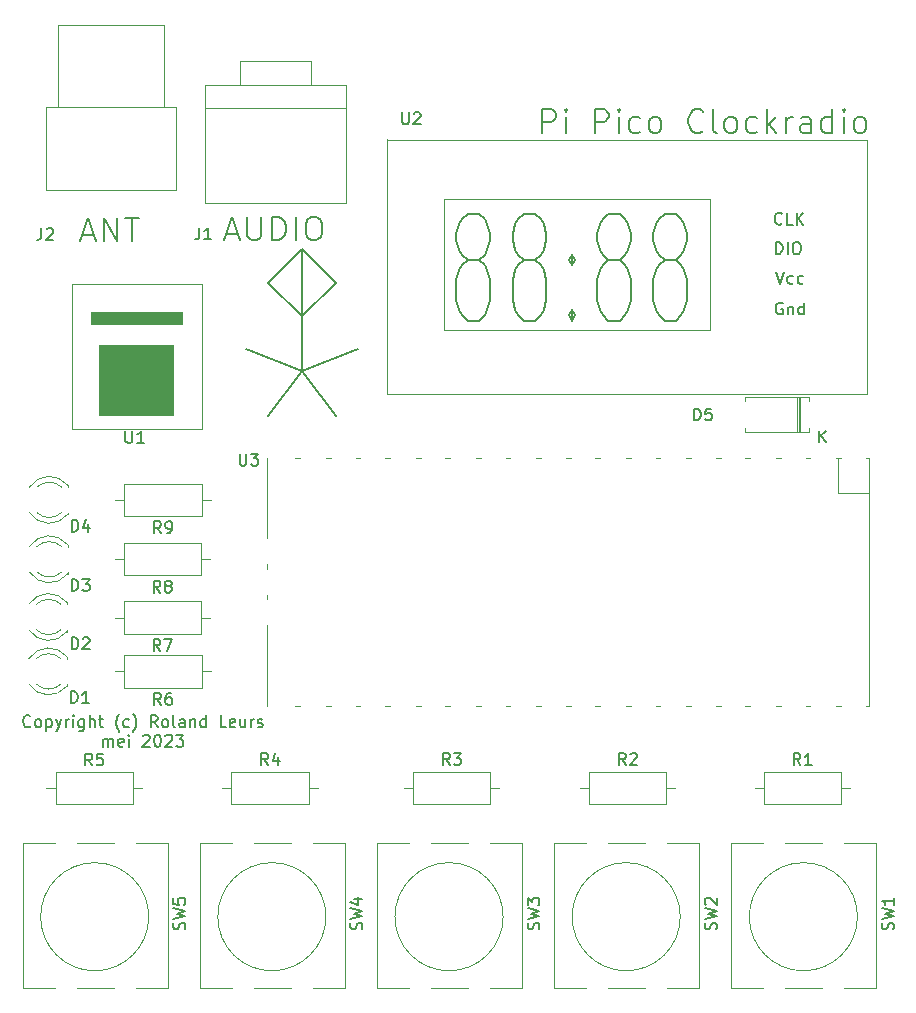
<source format=gbr>
G04 #@! TF.GenerationSoftware,KiCad,Pcbnew,(5.1.2-1)-1*
G04 #@! TF.CreationDate,2023-04-29T13:33:38+02:00*
G04 #@! TF.ProjectId,PicoClockRadio,5069636f-436c-46f6-936b-526164696f2e,rev?*
G04 #@! TF.SameCoordinates,Original*
G04 #@! TF.FileFunction,Legend,Top*
G04 #@! TF.FilePolarity,Positive*
%FSLAX46Y46*%
G04 Gerber Fmt 4.6, Leading zero omitted, Abs format (unit mm)*
G04 Created by KiCad (PCBNEW (5.1.2-1)-1) date 2023-04-29 13:33:38*
%MOMM*%
%LPD*%
G04 APERTURE LIST*
%ADD10C,0.150000*%
%ADD11C,0.120000*%
%ADD12C,0.100000*%
G04 APERTURE END LIST*
D10*
X118578500Y-82517573D02*
X119530881Y-82517573D01*
X118388024Y-83089001D02*
X119054691Y-81089001D01*
X119721358Y-83089001D01*
X120388024Y-81089001D02*
X120388024Y-82708049D01*
X120483262Y-82898525D01*
X120578500Y-82993763D01*
X120768977Y-83089001D01*
X121149929Y-83089001D01*
X121340405Y-82993763D01*
X121435643Y-82898525D01*
X121530881Y-82708049D01*
X121530881Y-81089001D01*
X122483262Y-83089001D02*
X122483262Y-81089001D01*
X122959453Y-81089001D01*
X123245167Y-81184240D01*
X123435643Y-81374716D01*
X123530881Y-81565192D01*
X123626120Y-81946144D01*
X123626120Y-82231859D01*
X123530881Y-82612811D01*
X123435643Y-82803287D01*
X123245167Y-82993763D01*
X122959453Y-83089001D01*
X122483262Y-83089001D01*
X124483262Y-83089001D02*
X124483262Y-81089001D01*
X125816596Y-81089001D02*
X126197548Y-81089001D01*
X126388024Y-81184240D01*
X126578500Y-81374716D01*
X126673739Y-81755668D01*
X126673739Y-82422335D01*
X126578500Y-82803287D01*
X126388024Y-82993763D01*
X126197548Y-83089001D01*
X125816596Y-83089001D01*
X125626120Y-82993763D01*
X125435643Y-82803287D01*
X125340405Y-82422335D01*
X125340405Y-81755668D01*
X125435643Y-81374716D01*
X125626120Y-81184240D01*
X125816596Y-81089001D01*
X106436445Y-82598853D02*
X107388826Y-82598853D01*
X106245969Y-83170281D02*
X106912636Y-81170281D01*
X107579302Y-83170281D01*
X108245969Y-83170281D02*
X108245969Y-81170281D01*
X109388826Y-83170281D01*
X109388826Y-81170281D01*
X110055493Y-81170281D02*
X111198350Y-81170281D01*
X110626921Y-83170281D02*
X110626921Y-81170281D01*
X125008640Y-83810971D02*
X127865782Y-86668114D01*
X125008640Y-89525257D01*
X122151497Y-86668114D01*
X125008640Y-83810971D01*
X125008640Y-89525257D01*
X125008640Y-89387779D02*
X125008640Y-94149683D01*
X120246735Y-92244921D02*
X125008640Y-94149683D01*
X129770544Y-92244921D01*
X122151497Y-97959207D02*
X125008640Y-94149683D01*
X127865782Y-97959207D01*
X102022830Y-124205502D02*
X101975211Y-124253121D01*
X101832354Y-124300740D01*
X101737116Y-124300740D01*
X101594259Y-124253121D01*
X101499020Y-124157883D01*
X101451401Y-124062645D01*
X101403782Y-123872169D01*
X101403782Y-123729312D01*
X101451401Y-123538836D01*
X101499020Y-123443598D01*
X101594259Y-123348360D01*
X101737116Y-123300740D01*
X101832354Y-123300740D01*
X101975211Y-123348360D01*
X102022830Y-123395979D01*
X102594259Y-124300740D02*
X102499020Y-124253121D01*
X102451401Y-124205502D01*
X102403782Y-124110264D01*
X102403782Y-123824550D01*
X102451401Y-123729312D01*
X102499020Y-123681693D01*
X102594259Y-123634074D01*
X102737116Y-123634074D01*
X102832354Y-123681693D01*
X102879973Y-123729312D01*
X102927592Y-123824550D01*
X102927592Y-124110264D01*
X102879973Y-124205502D01*
X102832354Y-124253121D01*
X102737116Y-124300740D01*
X102594259Y-124300740D01*
X103356163Y-123634074D02*
X103356163Y-124634074D01*
X103356163Y-123681693D02*
X103451401Y-123634074D01*
X103641878Y-123634074D01*
X103737116Y-123681693D01*
X103784735Y-123729312D01*
X103832354Y-123824550D01*
X103832354Y-124110264D01*
X103784735Y-124205502D01*
X103737116Y-124253121D01*
X103641878Y-124300740D01*
X103451401Y-124300740D01*
X103356163Y-124253121D01*
X104165687Y-123634074D02*
X104403782Y-124300740D01*
X104641878Y-123634074D02*
X104403782Y-124300740D01*
X104308544Y-124538836D01*
X104260925Y-124586455D01*
X104165687Y-124634074D01*
X105022830Y-124300740D02*
X105022830Y-123634074D01*
X105022830Y-123824550D02*
X105070449Y-123729312D01*
X105118068Y-123681693D01*
X105213306Y-123634074D01*
X105308544Y-123634074D01*
X105641878Y-124300740D02*
X105641878Y-123634074D01*
X105641878Y-123300740D02*
X105594259Y-123348360D01*
X105641878Y-123395979D01*
X105689497Y-123348360D01*
X105641878Y-123300740D01*
X105641878Y-123395979D01*
X106546639Y-123634074D02*
X106546639Y-124443598D01*
X106499020Y-124538836D01*
X106451401Y-124586455D01*
X106356163Y-124634074D01*
X106213306Y-124634074D01*
X106118068Y-124586455D01*
X106546639Y-124253121D02*
X106451401Y-124300740D01*
X106260925Y-124300740D01*
X106165687Y-124253121D01*
X106118068Y-124205502D01*
X106070449Y-124110264D01*
X106070449Y-123824550D01*
X106118068Y-123729312D01*
X106165687Y-123681693D01*
X106260925Y-123634074D01*
X106451401Y-123634074D01*
X106546639Y-123681693D01*
X107022830Y-124300740D02*
X107022830Y-123300740D01*
X107451401Y-124300740D02*
X107451401Y-123776931D01*
X107403782Y-123681693D01*
X107308544Y-123634074D01*
X107165687Y-123634074D01*
X107070449Y-123681693D01*
X107022830Y-123729312D01*
X107784735Y-123634074D02*
X108165687Y-123634074D01*
X107927592Y-123300740D02*
X107927592Y-124157883D01*
X107975211Y-124253121D01*
X108070449Y-124300740D01*
X108165687Y-124300740D01*
X109546639Y-124681693D02*
X109499020Y-124634074D01*
X109403782Y-124491217D01*
X109356163Y-124395979D01*
X109308544Y-124253121D01*
X109260925Y-124015026D01*
X109260925Y-123824550D01*
X109308544Y-123586455D01*
X109356163Y-123443598D01*
X109403782Y-123348360D01*
X109499020Y-123205502D01*
X109546639Y-123157883D01*
X110356163Y-124253121D02*
X110260925Y-124300740D01*
X110070449Y-124300740D01*
X109975211Y-124253121D01*
X109927592Y-124205502D01*
X109879973Y-124110264D01*
X109879973Y-123824550D01*
X109927592Y-123729312D01*
X109975211Y-123681693D01*
X110070449Y-123634074D01*
X110260925Y-123634074D01*
X110356163Y-123681693D01*
X110689497Y-124681693D02*
X110737116Y-124634074D01*
X110832354Y-124491217D01*
X110879973Y-124395979D01*
X110927592Y-124253121D01*
X110975211Y-124015026D01*
X110975211Y-123824550D01*
X110927592Y-123586455D01*
X110879973Y-123443598D01*
X110832354Y-123348360D01*
X110737116Y-123205502D01*
X110689497Y-123157883D01*
X112784735Y-124300740D02*
X112451401Y-123824550D01*
X112213306Y-124300740D02*
X112213306Y-123300740D01*
X112594259Y-123300740D01*
X112689497Y-123348360D01*
X112737116Y-123395979D01*
X112784735Y-123491217D01*
X112784735Y-123634074D01*
X112737116Y-123729312D01*
X112689497Y-123776931D01*
X112594259Y-123824550D01*
X112213306Y-123824550D01*
X113356163Y-124300740D02*
X113260925Y-124253121D01*
X113213306Y-124205502D01*
X113165687Y-124110264D01*
X113165687Y-123824550D01*
X113213306Y-123729312D01*
X113260925Y-123681693D01*
X113356163Y-123634074D01*
X113499020Y-123634074D01*
X113594259Y-123681693D01*
X113641878Y-123729312D01*
X113689497Y-123824550D01*
X113689497Y-124110264D01*
X113641878Y-124205502D01*
X113594259Y-124253121D01*
X113499020Y-124300740D01*
X113356163Y-124300740D01*
X114260925Y-124300740D02*
X114165687Y-124253121D01*
X114118068Y-124157883D01*
X114118068Y-123300740D01*
X115070449Y-124300740D02*
X115070449Y-123776931D01*
X115022830Y-123681693D01*
X114927592Y-123634074D01*
X114737116Y-123634074D01*
X114641878Y-123681693D01*
X115070449Y-124253121D02*
X114975211Y-124300740D01*
X114737116Y-124300740D01*
X114641878Y-124253121D01*
X114594259Y-124157883D01*
X114594259Y-124062645D01*
X114641878Y-123967407D01*
X114737116Y-123919788D01*
X114975211Y-123919788D01*
X115070449Y-123872169D01*
X115546639Y-123634074D02*
X115546639Y-124300740D01*
X115546639Y-123729312D02*
X115594259Y-123681693D01*
X115689497Y-123634074D01*
X115832354Y-123634074D01*
X115927592Y-123681693D01*
X115975211Y-123776931D01*
X115975211Y-124300740D01*
X116879973Y-124300740D02*
X116879973Y-123300740D01*
X116879973Y-124253121D02*
X116784735Y-124300740D01*
X116594259Y-124300740D01*
X116499020Y-124253121D01*
X116451401Y-124205502D01*
X116403782Y-124110264D01*
X116403782Y-123824550D01*
X116451401Y-123729312D01*
X116499020Y-123681693D01*
X116594259Y-123634074D01*
X116784735Y-123634074D01*
X116879973Y-123681693D01*
X118594259Y-124300740D02*
X118118068Y-124300740D01*
X118118068Y-123300740D01*
X119308544Y-124253121D02*
X119213306Y-124300740D01*
X119022830Y-124300740D01*
X118927592Y-124253121D01*
X118879973Y-124157883D01*
X118879973Y-123776931D01*
X118927592Y-123681693D01*
X119022830Y-123634074D01*
X119213306Y-123634074D01*
X119308544Y-123681693D01*
X119356163Y-123776931D01*
X119356163Y-123872169D01*
X118879973Y-123967407D01*
X120213306Y-123634074D02*
X120213306Y-124300740D01*
X119784735Y-123634074D02*
X119784735Y-124157883D01*
X119832354Y-124253121D01*
X119927592Y-124300740D01*
X120070449Y-124300740D01*
X120165687Y-124253121D01*
X120213306Y-124205502D01*
X120689497Y-124300740D02*
X120689497Y-123634074D01*
X120689497Y-123824550D02*
X120737116Y-123729312D01*
X120784735Y-123681693D01*
X120879973Y-123634074D01*
X120975211Y-123634074D01*
X121260925Y-124253121D02*
X121356163Y-124300740D01*
X121546639Y-124300740D01*
X121641878Y-124253121D01*
X121689497Y-124157883D01*
X121689497Y-124110264D01*
X121641878Y-124015026D01*
X121546639Y-123967407D01*
X121403782Y-123967407D01*
X121308544Y-123919788D01*
X121260925Y-123824550D01*
X121260925Y-123776931D01*
X121308544Y-123681693D01*
X121403782Y-123634074D01*
X121546639Y-123634074D01*
X121641878Y-123681693D01*
X108165687Y-125950740D02*
X108165687Y-125284074D01*
X108165687Y-125379312D02*
X108213306Y-125331693D01*
X108308544Y-125284074D01*
X108451401Y-125284074D01*
X108546640Y-125331693D01*
X108594259Y-125426931D01*
X108594259Y-125950740D01*
X108594259Y-125426931D02*
X108641878Y-125331693D01*
X108737116Y-125284074D01*
X108879973Y-125284074D01*
X108975211Y-125331693D01*
X109022830Y-125426931D01*
X109022830Y-125950740D01*
X109879973Y-125903121D02*
X109784735Y-125950740D01*
X109594259Y-125950740D01*
X109499020Y-125903121D01*
X109451401Y-125807883D01*
X109451401Y-125426931D01*
X109499020Y-125331693D01*
X109594259Y-125284074D01*
X109784735Y-125284074D01*
X109879973Y-125331693D01*
X109927592Y-125426931D01*
X109927592Y-125522169D01*
X109451401Y-125617407D01*
X110356163Y-125950740D02*
X110356163Y-125284074D01*
X110356163Y-124950740D02*
X110308544Y-124998360D01*
X110356163Y-125045979D01*
X110403782Y-124998360D01*
X110356163Y-124950740D01*
X110356163Y-125045979D01*
X111546640Y-125045979D02*
X111594259Y-124998360D01*
X111689497Y-124950740D01*
X111927592Y-124950740D01*
X112022830Y-124998360D01*
X112070449Y-125045979D01*
X112118068Y-125141217D01*
X112118068Y-125236455D01*
X112070449Y-125379312D01*
X111499020Y-125950740D01*
X112118068Y-125950740D01*
X112737116Y-124950740D02*
X112832354Y-124950740D01*
X112927592Y-124998360D01*
X112975211Y-125045979D01*
X113022830Y-125141217D01*
X113070449Y-125331693D01*
X113070449Y-125569788D01*
X113022830Y-125760264D01*
X112975211Y-125855502D01*
X112927592Y-125903121D01*
X112832354Y-125950740D01*
X112737116Y-125950740D01*
X112641878Y-125903121D01*
X112594259Y-125855502D01*
X112546640Y-125760264D01*
X112499020Y-125569788D01*
X112499020Y-125331693D01*
X112546640Y-125141217D01*
X112594259Y-125045979D01*
X112641878Y-124998360D01*
X112737116Y-124950740D01*
X113451401Y-125045979D02*
X113499020Y-124998360D01*
X113594259Y-124950740D01*
X113832354Y-124950740D01*
X113927592Y-124998360D01*
X113975211Y-125045979D01*
X114022830Y-125141217D01*
X114022830Y-125236455D01*
X113975211Y-125379312D01*
X113403782Y-125950740D01*
X114022830Y-125950740D01*
X114356163Y-124950740D02*
X114975211Y-124950740D01*
X114641878Y-125331693D01*
X114784735Y-125331693D01*
X114879973Y-125379312D01*
X114927592Y-125426931D01*
X114975211Y-125522169D01*
X114975211Y-125760264D01*
X114927592Y-125855502D01*
X114879973Y-125903121D01*
X114784735Y-125950740D01*
X114499020Y-125950740D01*
X114403782Y-125903121D01*
X114356163Y-125855502D01*
X145347493Y-73985641D02*
X145347493Y-71985641D01*
X146109398Y-71985641D01*
X146299874Y-72080880D01*
X146395112Y-72176118D01*
X146490350Y-72366594D01*
X146490350Y-72652308D01*
X146395112Y-72842784D01*
X146299874Y-72938022D01*
X146109398Y-73033260D01*
X145347493Y-73033260D01*
X147347493Y-73985641D02*
X147347493Y-72652308D01*
X147347493Y-71985641D02*
X147252255Y-72080880D01*
X147347493Y-72176118D01*
X147442731Y-72080880D01*
X147347493Y-71985641D01*
X147347493Y-72176118D01*
X149823683Y-73985641D02*
X149823683Y-71985641D01*
X150585588Y-71985641D01*
X150776064Y-72080880D01*
X150871302Y-72176118D01*
X150966540Y-72366594D01*
X150966540Y-72652308D01*
X150871302Y-72842784D01*
X150776064Y-72938022D01*
X150585588Y-73033260D01*
X149823683Y-73033260D01*
X151823683Y-73985641D02*
X151823683Y-72652308D01*
X151823683Y-71985641D02*
X151728445Y-72080880D01*
X151823683Y-72176118D01*
X151918921Y-72080880D01*
X151823683Y-71985641D01*
X151823683Y-72176118D01*
X153633207Y-73890403D02*
X153442731Y-73985641D01*
X153061779Y-73985641D01*
X152871302Y-73890403D01*
X152776064Y-73795165D01*
X152680826Y-73604689D01*
X152680826Y-73033260D01*
X152776064Y-72842784D01*
X152871302Y-72747546D01*
X153061779Y-72652308D01*
X153442731Y-72652308D01*
X153633207Y-72747546D01*
X154776064Y-73985641D02*
X154585588Y-73890403D01*
X154490350Y-73795165D01*
X154395112Y-73604689D01*
X154395112Y-73033260D01*
X154490350Y-72842784D01*
X154585588Y-72747546D01*
X154776064Y-72652308D01*
X155061779Y-72652308D01*
X155252255Y-72747546D01*
X155347493Y-72842784D01*
X155442731Y-73033260D01*
X155442731Y-73604689D01*
X155347493Y-73795165D01*
X155252255Y-73890403D01*
X155061779Y-73985641D01*
X154776064Y-73985641D01*
X158966540Y-73795165D02*
X158871302Y-73890403D01*
X158585588Y-73985641D01*
X158395112Y-73985641D01*
X158109398Y-73890403D01*
X157918921Y-73699927D01*
X157823683Y-73509451D01*
X157728445Y-73128499D01*
X157728445Y-72842784D01*
X157823683Y-72461832D01*
X157918921Y-72271356D01*
X158109398Y-72080880D01*
X158395112Y-71985641D01*
X158585588Y-71985641D01*
X158871302Y-72080880D01*
X158966540Y-72176118D01*
X160109398Y-73985641D02*
X159918921Y-73890403D01*
X159823683Y-73699927D01*
X159823683Y-71985641D01*
X161157017Y-73985641D02*
X160966540Y-73890403D01*
X160871302Y-73795165D01*
X160776064Y-73604689D01*
X160776064Y-73033260D01*
X160871302Y-72842784D01*
X160966540Y-72747546D01*
X161157017Y-72652308D01*
X161442731Y-72652308D01*
X161633207Y-72747546D01*
X161728445Y-72842784D01*
X161823683Y-73033260D01*
X161823683Y-73604689D01*
X161728445Y-73795165D01*
X161633207Y-73890403D01*
X161442731Y-73985641D01*
X161157017Y-73985641D01*
X163537969Y-73890403D02*
X163347493Y-73985641D01*
X162966540Y-73985641D01*
X162776064Y-73890403D01*
X162680826Y-73795165D01*
X162585588Y-73604689D01*
X162585588Y-73033260D01*
X162680826Y-72842784D01*
X162776064Y-72747546D01*
X162966540Y-72652308D01*
X163347493Y-72652308D01*
X163537969Y-72747546D01*
X164395112Y-73985641D02*
X164395112Y-71985641D01*
X164585588Y-73223737D02*
X165157017Y-73985641D01*
X165157017Y-72652308D02*
X164395112Y-73414213D01*
X166014160Y-73985641D02*
X166014160Y-72652308D01*
X166014160Y-73033260D02*
X166109398Y-72842784D01*
X166204636Y-72747546D01*
X166395112Y-72652308D01*
X166585588Y-72652308D01*
X168109398Y-73985641D02*
X168109398Y-72938022D01*
X168014160Y-72747546D01*
X167823683Y-72652308D01*
X167442731Y-72652308D01*
X167252255Y-72747546D01*
X168109398Y-73890403D02*
X167918921Y-73985641D01*
X167442731Y-73985641D01*
X167252255Y-73890403D01*
X167157017Y-73699927D01*
X167157017Y-73509451D01*
X167252255Y-73318975D01*
X167442731Y-73223737D01*
X167918921Y-73223737D01*
X168109398Y-73128499D01*
X169918921Y-73985641D02*
X169918921Y-71985641D01*
X169918921Y-73890403D02*
X169728445Y-73985641D01*
X169347493Y-73985641D01*
X169157017Y-73890403D01*
X169061779Y-73795165D01*
X168966540Y-73604689D01*
X168966540Y-73033260D01*
X169061779Y-72842784D01*
X169157017Y-72747546D01*
X169347493Y-72652308D01*
X169728445Y-72652308D01*
X169918921Y-72747546D01*
X170871302Y-73985641D02*
X170871302Y-72652308D01*
X170871302Y-71985641D02*
X170776064Y-72080880D01*
X170871302Y-72176118D01*
X170966540Y-72080880D01*
X170871302Y-71985641D01*
X170871302Y-72176118D01*
X172109398Y-73985641D02*
X171918921Y-73890403D01*
X171823683Y-73795165D01*
X171728445Y-73604689D01*
X171728445Y-73033260D01*
X171823683Y-72842784D01*
X171918921Y-72747546D01*
X172109398Y-72652308D01*
X172395112Y-72652308D01*
X172585588Y-72747546D01*
X172680826Y-72842784D01*
X172776064Y-73033260D01*
X172776064Y-73604689D01*
X172680826Y-73795165D01*
X172585588Y-73890403D01*
X172395112Y-73985641D01*
X172109398Y-73985641D01*
D11*
X109193200Y-105054400D02*
X109963200Y-105054400D01*
X117273200Y-105054400D02*
X116503200Y-105054400D01*
X109963200Y-106424400D02*
X116503200Y-106424400D01*
X109963200Y-103684400D02*
X109963200Y-106424400D01*
X116503200Y-103684400D02*
X109963200Y-103684400D01*
X116503200Y-106424400D02*
X116503200Y-103684400D01*
X109142400Y-110088680D02*
X109912400Y-110088680D01*
X117222400Y-110088680D02*
X116452400Y-110088680D01*
X109912400Y-111458680D02*
X116452400Y-111458680D01*
X109912400Y-108718680D02*
X109912400Y-111458680D01*
X116452400Y-108718680D02*
X109912400Y-108718680D01*
X116452400Y-111458680D02*
X116452400Y-108718680D01*
X109142400Y-115031520D02*
X109912400Y-115031520D01*
X117222400Y-115031520D02*
X116452400Y-115031520D01*
X109912400Y-116401520D02*
X116452400Y-116401520D01*
X109912400Y-113661520D02*
X109912400Y-116401520D01*
X116452400Y-113661520D02*
X109912400Y-113661520D01*
X116452400Y-116401520D02*
X116452400Y-113661520D01*
X109193200Y-119578120D02*
X109963200Y-119578120D01*
X117273200Y-119578120D02*
X116503200Y-119578120D01*
X109963200Y-120948120D02*
X116503200Y-120948120D01*
X109963200Y-118208120D02*
X109963200Y-120948120D01*
X116503200Y-118208120D02*
X109963200Y-118208120D01*
X116503200Y-120948120D02*
X116503200Y-118208120D01*
X167192400Y-99310800D02*
X167192400Y-96370800D01*
X166952400Y-99310800D02*
X166952400Y-96370800D01*
X167072400Y-99310800D02*
X167072400Y-96370800D01*
X162532400Y-96370800D02*
X162532400Y-96700800D01*
X167972400Y-96370800D02*
X162532400Y-96370800D01*
X167972400Y-96700800D02*
X167972400Y-96370800D01*
X162532400Y-99310800D02*
X162532400Y-98980800D01*
X167972400Y-99310800D02*
X162532400Y-99310800D01*
X167972400Y-98980800D02*
X167972400Y-99310800D01*
X105171680Y-103974400D02*
X105171680Y-103818400D01*
X105171680Y-106290400D02*
X105171680Y-106134400D01*
X102570550Y-103974563D02*
G75*
G02X104652641Y-103974400I1041130J-1079837D01*
G01*
X102570550Y-106134237D02*
G75*
G03X104652641Y-106134400I1041130J1079837D01*
G01*
X101939345Y-103975792D02*
G75*
G02X105171680Y-103818884I1672335J-1078608D01*
G01*
X101939345Y-106133008D02*
G75*
G03X105171680Y-106289916I1672335J1078608D01*
G01*
X105171680Y-109008680D02*
X105171680Y-108852680D01*
X105171680Y-111324680D02*
X105171680Y-111168680D01*
X102570550Y-109008843D02*
G75*
G02X104652641Y-109008680I1041130J-1079837D01*
G01*
X102570550Y-111168517D02*
G75*
G03X104652641Y-111168680I1041130J1079837D01*
G01*
X101939345Y-109010072D02*
G75*
G02X105171680Y-108853164I1672335J-1078608D01*
G01*
X101939345Y-111167288D02*
G75*
G03X105171680Y-111324196I1672335J1078608D01*
G01*
X105115800Y-113895640D02*
X105115800Y-113739640D01*
X105115800Y-116211640D02*
X105115800Y-116055640D01*
X102514670Y-113895803D02*
G75*
G02X104596761Y-113895640I1041130J-1079837D01*
G01*
X102514670Y-116055477D02*
G75*
G03X104596761Y-116055640I1041130J1079837D01*
G01*
X101883465Y-113897032D02*
G75*
G02X105115800Y-113740124I1672335J-1078608D01*
G01*
X101883465Y-116054248D02*
G75*
G03X105115800Y-116211156I1672335J1078608D01*
G01*
X105115800Y-118498120D02*
X105115800Y-118342120D01*
X105115800Y-120814120D02*
X105115800Y-120658120D01*
X102514670Y-118498283D02*
G75*
G02X104596761Y-118498120I1041130J-1079837D01*
G01*
X102514670Y-120657957D02*
G75*
G03X104596761Y-120658120I1041130J1079837D01*
G01*
X101883465Y-118499512D02*
G75*
G02X105115800Y-118342604I1672335J-1078608D01*
G01*
X101883465Y-120656728D02*
G75*
G03X105115800Y-120813636I1672335J1078608D01*
G01*
X113328840Y-64831320D02*
X113328840Y-71831320D01*
X104328840Y-64831320D02*
X113328840Y-64831320D01*
X104328840Y-71831320D02*
X104328840Y-64831320D01*
X114328840Y-71831320D02*
X109828840Y-71831320D01*
X114328840Y-78831320D02*
X114328840Y-71831320D01*
X103328840Y-78831320D02*
X114328840Y-78831320D01*
X103328840Y-71831320D02*
X103328840Y-78831320D01*
X109828840Y-71831320D02*
X103328840Y-71831320D01*
X119763280Y-67919840D02*
X119763280Y-69919840D01*
X125763280Y-67919840D02*
X119763280Y-67919840D01*
X125763280Y-69919840D02*
X125763280Y-67919840D01*
X116763280Y-71919840D02*
X128763280Y-71919840D01*
X128763280Y-69919840D02*
X116763280Y-69919840D01*
X128763280Y-79919840D02*
X128763280Y-69919840D01*
X116763280Y-79919840D02*
X128763280Y-79919840D01*
X116763280Y-69919840D02*
X116763280Y-79919840D01*
X173058760Y-101483520D02*
X173058760Y-122483520D01*
X122058760Y-108283520D02*
X122058760Y-101483520D01*
X170391760Y-101483520D02*
X170391760Y-104490520D01*
X170391760Y-104490520D02*
X173058760Y-104490520D01*
X173058760Y-101483520D02*
X172758760Y-101483520D01*
X170658760Y-101483520D02*
X170258760Y-101483520D01*
X168058760Y-101483520D02*
X167658760Y-101483520D01*
X165558760Y-101483520D02*
X165158760Y-101483520D01*
X162958760Y-101483520D02*
X162558760Y-101483520D01*
X160458760Y-101483520D02*
X160058760Y-101483520D01*
X157958760Y-101483520D02*
X157558760Y-101483520D01*
X155358760Y-101483520D02*
X154958760Y-101483520D01*
X152858760Y-101483520D02*
X152458760Y-101483520D01*
X150258760Y-101483520D02*
X149858760Y-101483520D01*
X147758760Y-101483520D02*
X147358760Y-101483520D01*
X145258760Y-101483520D02*
X144858760Y-101483520D01*
X142658760Y-101483520D02*
X142258760Y-101483520D01*
X140158760Y-101483520D02*
X139758760Y-101483520D01*
X137558760Y-101483520D02*
X137158760Y-101483520D01*
X135058760Y-101483520D02*
X134658760Y-101483520D01*
X132458760Y-101483520D02*
X132058760Y-101483520D01*
X129958760Y-101483520D02*
X129558760Y-101483520D01*
X127458760Y-101483520D02*
X127058760Y-101483520D01*
X124858760Y-101483520D02*
X124458760Y-101483520D01*
X157958760Y-122483520D02*
X157558760Y-122483520D01*
X152858760Y-122483520D02*
X152458760Y-122483520D01*
X145258760Y-122483520D02*
X144858760Y-122483520D01*
X137558760Y-122483520D02*
X137158760Y-122483520D01*
X168058760Y-122483520D02*
X167658760Y-122483520D01*
X170658760Y-122483520D02*
X170258760Y-122483520D01*
X162958760Y-122483520D02*
X162558760Y-122483520D01*
X129958760Y-122483520D02*
X129558760Y-122483520D01*
X124858760Y-122483520D02*
X124458760Y-122483520D01*
X127458760Y-122483520D02*
X127058760Y-122483520D01*
X142658760Y-122483520D02*
X142258760Y-122483520D01*
X147758760Y-122483520D02*
X147358760Y-122483520D01*
X160458760Y-122483520D02*
X160058760Y-122483520D01*
X155358760Y-122483520D02*
X154958760Y-122483520D01*
X135058760Y-122483520D02*
X134658760Y-122483520D01*
X150258760Y-122483520D02*
X149858760Y-122483520D01*
X173058760Y-122483520D02*
X172758760Y-122483520D01*
X165558760Y-122483520D02*
X165158760Y-122483520D01*
X140158760Y-122483520D02*
X139758760Y-122483520D01*
X132458760Y-122483520D02*
X132058760Y-122483520D01*
X122058760Y-122483520D02*
X122058760Y-115683520D01*
X122058760Y-110483520D02*
X122058760Y-110883520D01*
X122058760Y-113083520D02*
X122058760Y-113483520D01*
X137046760Y-90700160D02*
X137046760Y-79600160D01*
X159546760Y-90700160D02*
X137046760Y-90700160D01*
X159546760Y-79600160D02*
X159546760Y-90700160D01*
X137046760Y-79600160D02*
X159546760Y-79600160D01*
X132246760Y-74600160D02*
X172846760Y-74600160D01*
X132246760Y-74500160D02*
X132246760Y-74600160D01*
X132246760Y-74600160D02*
X132246760Y-96100160D01*
X172846760Y-74600160D02*
X172846760Y-96100160D01*
X132246760Y-96100160D02*
X172846760Y-96100160D01*
X105527560Y-86769840D02*
X105527560Y-99049840D01*
X116527560Y-86769840D02*
X105527560Y-86769840D01*
X116519960Y-86857840D02*
X116519960Y-99049840D01*
D12*
G36*
X114127560Y-97869840D02*
G01*
X107827560Y-97869840D01*
X107827560Y-91956640D01*
X114127560Y-91956640D01*
X114127560Y-97819040D01*
X114127560Y-97869840D01*
G37*
X114127560Y-97869840D02*
X107827560Y-97869840D01*
X107827560Y-91956640D01*
X114127560Y-91956640D01*
X114127560Y-97819040D01*
X114127560Y-97869840D01*
D11*
X116519960Y-99049840D02*
X105527560Y-99049840D01*
D12*
G36*
X114827560Y-90203240D02*
G01*
X107127560Y-90203240D01*
X107127560Y-89136440D01*
X114827560Y-89136440D01*
X114827560Y-90203240D01*
G37*
X114827560Y-90203240D02*
X107127560Y-90203240D01*
X107127560Y-89136440D01*
X114827560Y-89136440D01*
X114827560Y-90203240D01*
D11*
X113650000Y-146400000D02*
X110930000Y-146400000D01*
X104070000Y-146400000D02*
X101350000Y-146400000D01*
X105930000Y-134100000D02*
X109070000Y-134100000D01*
X101350000Y-134100000D02*
X104070000Y-134100000D01*
X112039050Y-140350000D02*
G75*
G03X112039050Y-140350000I-4579050J0D01*
G01*
X110930000Y-134100000D02*
X113650000Y-134100000D01*
X101350000Y-146400000D02*
X101350000Y-134100000D01*
X109070000Y-146400000D02*
X105930000Y-146400000D01*
X113650000Y-134100000D02*
X113650000Y-146400000D01*
X128650000Y-146400000D02*
X125930000Y-146400000D01*
X119070000Y-146400000D02*
X116350000Y-146400000D01*
X120930000Y-134100000D02*
X124070000Y-134100000D01*
X116350000Y-134100000D02*
X119070000Y-134100000D01*
X127039050Y-140350000D02*
G75*
G03X127039050Y-140350000I-4579050J0D01*
G01*
X125930000Y-134100000D02*
X128650000Y-134100000D01*
X116350000Y-146400000D02*
X116350000Y-134100000D01*
X124070000Y-146400000D02*
X120930000Y-146400000D01*
X128650000Y-134100000D02*
X128650000Y-146400000D01*
X143650000Y-146400000D02*
X140930000Y-146400000D01*
X134070000Y-146400000D02*
X131350000Y-146400000D01*
X135930000Y-134100000D02*
X139070000Y-134100000D01*
X131350000Y-134100000D02*
X134070000Y-134100000D01*
X142039050Y-140350000D02*
G75*
G03X142039050Y-140350000I-4579050J0D01*
G01*
X140930000Y-134100000D02*
X143650000Y-134100000D01*
X131350000Y-146400000D02*
X131350000Y-134100000D01*
X139070000Y-146400000D02*
X135930000Y-146400000D01*
X143650000Y-134100000D02*
X143650000Y-146400000D01*
X158650000Y-146400000D02*
X155930000Y-146400000D01*
X149070000Y-146400000D02*
X146350000Y-146400000D01*
X150930000Y-134100000D02*
X154070000Y-134100000D01*
X146350000Y-134100000D02*
X149070000Y-134100000D01*
X157039050Y-140350000D02*
G75*
G03X157039050Y-140350000I-4579050J0D01*
G01*
X155930000Y-134100000D02*
X158650000Y-134100000D01*
X146350000Y-146400000D02*
X146350000Y-134100000D01*
X154070000Y-146400000D02*
X150930000Y-146400000D01*
X158650000Y-134100000D02*
X158650000Y-146400000D01*
X173650000Y-146400000D02*
X170930000Y-146400000D01*
X164070000Y-146400000D02*
X161350000Y-146400000D01*
X165930000Y-134100000D02*
X169070000Y-134100000D01*
X161350000Y-134100000D02*
X164070000Y-134100000D01*
X172039050Y-140350000D02*
G75*
G03X172039050Y-140350000I-4579050J0D01*
G01*
X170930000Y-134100000D02*
X173650000Y-134100000D01*
X161350000Y-146400000D02*
X161350000Y-134100000D01*
X169070000Y-146400000D02*
X165930000Y-146400000D01*
X173650000Y-134100000D02*
X173650000Y-146400000D01*
X111456600Y-129453640D02*
X110686600Y-129453640D01*
X103376600Y-129453640D02*
X104146600Y-129453640D01*
X110686600Y-128083640D02*
X104146600Y-128083640D01*
X110686600Y-130823640D02*
X110686600Y-128083640D01*
X104146600Y-130823640D02*
X110686600Y-130823640D01*
X104146600Y-128083640D02*
X104146600Y-130823640D01*
X126351160Y-129428240D02*
X125581160Y-129428240D01*
X118271160Y-129428240D02*
X119041160Y-129428240D01*
X125581160Y-128058240D02*
X119041160Y-128058240D01*
X125581160Y-130798240D02*
X125581160Y-128058240D01*
X119041160Y-130798240D02*
X125581160Y-130798240D01*
X119041160Y-128058240D02*
X119041160Y-130798240D01*
X141728320Y-129428240D02*
X140958320Y-129428240D01*
X133648320Y-129428240D02*
X134418320Y-129428240D01*
X140958320Y-128058240D02*
X134418320Y-128058240D01*
X140958320Y-130798240D02*
X140958320Y-128058240D01*
X134418320Y-130798240D02*
X140958320Y-130798240D01*
X134418320Y-128058240D02*
X134418320Y-130798240D01*
X156627960Y-129428240D02*
X155857960Y-129428240D01*
X148547960Y-129428240D02*
X149317960Y-129428240D01*
X155857960Y-128058240D02*
X149317960Y-128058240D01*
X155857960Y-130798240D02*
X155857960Y-128058240D01*
X149317960Y-130798240D02*
X155857960Y-130798240D01*
X149317960Y-128058240D02*
X149317960Y-130798240D01*
X171420920Y-129428240D02*
X170650920Y-129428240D01*
X163340920Y-129428240D02*
X164110920Y-129428240D01*
X170650920Y-128058240D02*
X164110920Y-128058240D01*
X170650920Y-130798240D02*
X170650920Y-128058240D01*
X164110920Y-130798240D02*
X170650920Y-130798240D01*
X164110920Y-128058240D02*
X164110920Y-130798240D01*
D10*
X113066533Y-107876780D02*
X112733200Y-107400590D01*
X112495104Y-107876780D02*
X112495104Y-106876780D01*
X112876057Y-106876780D01*
X112971295Y-106924400D01*
X113018914Y-106972019D01*
X113066533Y-107067257D01*
X113066533Y-107210114D01*
X113018914Y-107305352D01*
X112971295Y-107352971D01*
X112876057Y-107400590D01*
X112495104Y-107400590D01*
X113542723Y-107876780D02*
X113733200Y-107876780D01*
X113828438Y-107829161D01*
X113876057Y-107781542D01*
X113971295Y-107638685D01*
X114018914Y-107448209D01*
X114018914Y-107067257D01*
X113971295Y-106972019D01*
X113923676Y-106924400D01*
X113828438Y-106876780D01*
X113637961Y-106876780D01*
X113542723Y-106924400D01*
X113495104Y-106972019D01*
X113447485Y-107067257D01*
X113447485Y-107305352D01*
X113495104Y-107400590D01*
X113542723Y-107448209D01*
X113637961Y-107495828D01*
X113828438Y-107495828D01*
X113923676Y-107448209D01*
X113971295Y-107400590D01*
X114018914Y-107305352D01*
X113015733Y-112911060D02*
X112682400Y-112434870D01*
X112444304Y-112911060D02*
X112444304Y-111911060D01*
X112825257Y-111911060D01*
X112920495Y-111958680D01*
X112968114Y-112006299D01*
X113015733Y-112101537D01*
X113015733Y-112244394D01*
X112968114Y-112339632D01*
X112920495Y-112387251D01*
X112825257Y-112434870D01*
X112444304Y-112434870D01*
X113587161Y-112339632D02*
X113491923Y-112292013D01*
X113444304Y-112244394D01*
X113396685Y-112149156D01*
X113396685Y-112101537D01*
X113444304Y-112006299D01*
X113491923Y-111958680D01*
X113587161Y-111911060D01*
X113777638Y-111911060D01*
X113872876Y-111958680D01*
X113920495Y-112006299D01*
X113968114Y-112101537D01*
X113968114Y-112149156D01*
X113920495Y-112244394D01*
X113872876Y-112292013D01*
X113777638Y-112339632D01*
X113587161Y-112339632D01*
X113491923Y-112387251D01*
X113444304Y-112434870D01*
X113396685Y-112530108D01*
X113396685Y-112720584D01*
X113444304Y-112815822D01*
X113491923Y-112863441D01*
X113587161Y-112911060D01*
X113777638Y-112911060D01*
X113872876Y-112863441D01*
X113920495Y-112815822D01*
X113968114Y-112720584D01*
X113968114Y-112530108D01*
X113920495Y-112434870D01*
X113872876Y-112387251D01*
X113777638Y-112339632D01*
X113015733Y-117853900D02*
X112682400Y-117377710D01*
X112444304Y-117853900D02*
X112444304Y-116853900D01*
X112825257Y-116853900D01*
X112920495Y-116901520D01*
X112968114Y-116949139D01*
X113015733Y-117044377D01*
X113015733Y-117187234D01*
X112968114Y-117282472D01*
X112920495Y-117330091D01*
X112825257Y-117377710D01*
X112444304Y-117377710D01*
X113349066Y-116853900D02*
X114015733Y-116853900D01*
X113587161Y-117853900D01*
X113066533Y-122400500D02*
X112733200Y-121924310D01*
X112495104Y-122400500D02*
X112495104Y-121400500D01*
X112876057Y-121400500D01*
X112971295Y-121448120D01*
X113018914Y-121495739D01*
X113066533Y-121590977D01*
X113066533Y-121733834D01*
X113018914Y-121829072D01*
X112971295Y-121876691D01*
X112876057Y-121924310D01*
X112495104Y-121924310D01*
X113923676Y-121400500D02*
X113733200Y-121400500D01*
X113637961Y-121448120D01*
X113590342Y-121495739D01*
X113495104Y-121638596D01*
X113447485Y-121829072D01*
X113447485Y-122210024D01*
X113495104Y-122305262D01*
X113542723Y-122352881D01*
X113637961Y-122400500D01*
X113828438Y-122400500D01*
X113923676Y-122352881D01*
X113971295Y-122305262D01*
X114018914Y-122210024D01*
X114018914Y-121971929D01*
X113971295Y-121876691D01*
X113923676Y-121829072D01*
X113828438Y-121781453D01*
X113637961Y-121781453D01*
X113542723Y-121829072D01*
X113495104Y-121876691D01*
X113447485Y-121971929D01*
X158189704Y-98328740D02*
X158189704Y-97328740D01*
X158427800Y-97328740D01*
X158570657Y-97376360D01*
X158665895Y-97471598D01*
X158713514Y-97566836D01*
X158761133Y-97757312D01*
X158761133Y-97900169D01*
X158713514Y-98090645D01*
X158665895Y-98185883D01*
X158570657Y-98281121D01*
X158427800Y-98328740D01*
X158189704Y-98328740D01*
X159665895Y-97328740D02*
X159189704Y-97328740D01*
X159142085Y-97804931D01*
X159189704Y-97757312D01*
X159284942Y-97709693D01*
X159523038Y-97709693D01*
X159618276Y-97757312D01*
X159665895Y-97804931D01*
X159713514Y-97900169D01*
X159713514Y-98138264D01*
X159665895Y-98233502D01*
X159618276Y-98281121D01*
X159523038Y-98328740D01*
X159284942Y-98328740D01*
X159189704Y-98281121D01*
X159142085Y-98233502D01*
X168800495Y-100193180D02*
X168800495Y-99193180D01*
X169371923Y-100193180D02*
X168943352Y-99621752D01*
X169371923Y-99193180D02*
X168800495Y-99764609D01*
X105505024Y-107736900D02*
X105505024Y-106736900D01*
X105743120Y-106736900D01*
X105885977Y-106784520D01*
X105981215Y-106879758D01*
X106028834Y-106974996D01*
X106076453Y-107165472D01*
X106076453Y-107308329D01*
X106028834Y-107498805D01*
X105981215Y-107594043D01*
X105885977Y-107689281D01*
X105743120Y-107736900D01*
X105505024Y-107736900D01*
X106933596Y-107070234D02*
X106933596Y-107736900D01*
X106695500Y-106689281D02*
X106457405Y-107403567D01*
X107076453Y-107403567D01*
X105505024Y-112776260D02*
X105505024Y-111776260D01*
X105743120Y-111776260D01*
X105885977Y-111823880D01*
X105981215Y-111919118D01*
X106028834Y-112014356D01*
X106076453Y-112204832D01*
X106076453Y-112347689D01*
X106028834Y-112538165D01*
X105981215Y-112633403D01*
X105885977Y-112728641D01*
X105743120Y-112776260D01*
X105505024Y-112776260D01*
X106409786Y-111776260D02*
X107028834Y-111776260D01*
X106695500Y-112157213D01*
X106838358Y-112157213D01*
X106933596Y-112204832D01*
X106981215Y-112252451D01*
X107028834Y-112347689D01*
X107028834Y-112585784D01*
X106981215Y-112681022D01*
X106933596Y-112728641D01*
X106838358Y-112776260D01*
X106552643Y-112776260D01*
X106457405Y-112728641D01*
X106409786Y-112681022D01*
X105505024Y-117703860D02*
X105505024Y-116703860D01*
X105743120Y-116703860D01*
X105885977Y-116751480D01*
X105981215Y-116846718D01*
X106028834Y-116941956D01*
X106076453Y-117132432D01*
X106076453Y-117275289D01*
X106028834Y-117465765D01*
X105981215Y-117561003D01*
X105885977Y-117656241D01*
X105743120Y-117703860D01*
X105505024Y-117703860D01*
X106457405Y-116799099D02*
X106505024Y-116751480D01*
X106600262Y-116703860D01*
X106838358Y-116703860D01*
X106933596Y-116751480D01*
X106981215Y-116799099D01*
X107028834Y-116894337D01*
X107028834Y-116989575D01*
X106981215Y-117132432D01*
X106409786Y-117703860D01*
X107028834Y-117703860D01*
X105449144Y-122255540D02*
X105449144Y-121255540D01*
X105687240Y-121255540D01*
X105830097Y-121303160D01*
X105925335Y-121398398D01*
X105972954Y-121493636D01*
X106020573Y-121684112D01*
X106020573Y-121826969D01*
X105972954Y-122017445D01*
X105925335Y-122112683D01*
X105830097Y-122207921D01*
X105687240Y-122255540D01*
X105449144Y-122255540D01*
X106972954Y-122255540D02*
X106401525Y-122255540D01*
X106687240Y-122255540D02*
X106687240Y-121255540D01*
X106592001Y-121398398D01*
X106496763Y-121493636D01*
X106401525Y-121541255D01*
X102953226Y-82048100D02*
X102953226Y-82762386D01*
X102905607Y-82905243D01*
X102810369Y-83000481D01*
X102667512Y-83048100D01*
X102572274Y-83048100D01*
X103381798Y-82143339D02*
X103429417Y-82095720D01*
X103524655Y-82048100D01*
X103762750Y-82048100D01*
X103857988Y-82095720D01*
X103905607Y-82143339D01*
X103953226Y-82238577D01*
X103953226Y-82333815D01*
X103905607Y-82476672D01*
X103334179Y-83048100D01*
X103953226Y-83048100D01*
X116323786Y-81997300D02*
X116323786Y-82711586D01*
X116276167Y-82854443D01*
X116180929Y-82949681D01*
X116038072Y-82997300D01*
X115942834Y-82997300D01*
X117323786Y-82997300D02*
X116752358Y-82997300D01*
X117038072Y-82997300D02*
X117038072Y-81997300D01*
X116942834Y-82140158D01*
X116847596Y-82235396D01*
X116752358Y-82283015D01*
X119735695Y-101153980D02*
X119735695Y-101963504D01*
X119783314Y-102058742D01*
X119830933Y-102106361D01*
X119926171Y-102153980D01*
X120116647Y-102153980D01*
X120211885Y-102106361D01*
X120259504Y-102058742D01*
X120307123Y-101963504D01*
X120307123Y-101153980D01*
X120688076Y-101153980D02*
X121307123Y-101153980D01*
X120973790Y-101534933D01*
X121116647Y-101534933D01*
X121211885Y-101582552D01*
X121259504Y-101630171D01*
X121307123Y-101725409D01*
X121307123Y-101963504D01*
X121259504Y-102058742D01*
X121211885Y-102106361D01*
X121116647Y-102153980D01*
X120830933Y-102153980D01*
X120735695Y-102106361D01*
X120688076Y-102058742D01*
X133484855Y-72252540D02*
X133484855Y-73062064D01*
X133532474Y-73157302D01*
X133580093Y-73204921D01*
X133675331Y-73252540D01*
X133865807Y-73252540D01*
X133961045Y-73204921D01*
X134008664Y-73157302D01*
X134056283Y-73062064D01*
X134056283Y-72252540D01*
X134484855Y-72347779D02*
X134532474Y-72300160D01*
X134627712Y-72252540D01*
X134865807Y-72252540D01*
X134961045Y-72300160D01*
X135008664Y-72347779D01*
X135056283Y-72443017D01*
X135056283Y-72538255D01*
X135008664Y-72681112D01*
X134437236Y-73252540D01*
X135056283Y-73252540D01*
X165703902Y-88400160D02*
X165608664Y-88352540D01*
X165465807Y-88352540D01*
X165322950Y-88400160D01*
X165227712Y-88495398D01*
X165180093Y-88590636D01*
X165132474Y-88781112D01*
X165132474Y-88923969D01*
X165180093Y-89114445D01*
X165227712Y-89209683D01*
X165322950Y-89304921D01*
X165465807Y-89352540D01*
X165561045Y-89352540D01*
X165703902Y-89304921D01*
X165751521Y-89257302D01*
X165751521Y-88923969D01*
X165561045Y-88923969D01*
X166180093Y-88685874D02*
X166180093Y-89352540D01*
X166180093Y-88781112D02*
X166227712Y-88733493D01*
X166322950Y-88685874D01*
X166465807Y-88685874D01*
X166561045Y-88733493D01*
X166608664Y-88828731D01*
X166608664Y-89352540D01*
X167513426Y-89352540D02*
X167513426Y-88352540D01*
X167513426Y-89304921D02*
X167418188Y-89352540D01*
X167227712Y-89352540D01*
X167132474Y-89304921D01*
X167084855Y-89257302D01*
X167037236Y-89162064D01*
X167037236Y-88876350D01*
X167084855Y-88781112D01*
X167132474Y-88733493D01*
X167227712Y-88685874D01*
X167418188Y-88685874D01*
X167513426Y-88733493D01*
X165156283Y-85752540D02*
X165489617Y-86752540D01*
X165822950Y-85752540D01*
X166584855Y-86704921D02*
X166489617Y-86752540D01*
X166299140Y-86752540D01*
X166203902Y-86704921D01*
X166156283Y-86657302D01*
X166108664Y-86562064D01*
X166108664Y-86276350D01*
X166156283Y-86181112D01*
X166203902Y-86133493D01*
X166299140Y-86085874D01*
X166489617Y-86085874D01*
X166584855Y-86133493D01*
X167441998Y-86704921D02*
X167346760Y-86752540D01*
X167156283Y-86752540D01*
X167061045Y-86704921D01*
X167013426Y-86657302D01*
X166965807Y-86562064D01*
X166965807Y-86276350D01*
X167013426Y-86181112D01*
X167061045Y-86133493D01*
X167156283Y-86085874D01*
X167346760Y-86085874D01*
X167441998Y-86133493D01*
X165122950Y-84252540D02*
X165122950Y-83252540D01*
X165361045Y-83252540D01*
X165503902Y-83300160D01*
X165599140Y-83395398D01*
X165646760Y-83490636D01*
X165694379Y-83681112D01*
X165694379Y-83823969D01*
X165646760Y-84014445D01*
X165599140Y-84109683D01*
X165503902Y-84204921D01*
X165361045Y-84252540D01*
X165122950Y-84252540D01*
X166122950Y-84252540D02*
X166122950Y-83252540D01*
X166789617Y-83252540D02*
X166980093Y-83252540D01*
X167075331Y-83300160D01*
X167170569Y-83395398D01*
X167218188Y-83585874D01*
X167218188Y-83919207D01*
X167170569Y-84109683D01*
X167075331Y-84204921D01*
X166980093Y-84252540D01*
X166789617Y-84252540D01*
X166694379Y-84204921D01*
X166599140Y-84109683D01*
X166551521Y-83919207D01*
X166551521Y-83585874D01*
X166599140Y-83395398D01*
X166694379Y-83300160D01*
X166789617Y-83252540D01*
X165651521Y-81657302D02*
X165603902Y-81704921D01*
X165461045Y-81752540D01*
X165365807Y-81752540D01*
X165222950Y-81704921D01*
X165127712Y-81609683D01*
X165080093Y-81514445D01*
X165032474Y-81323969D01*
X165032474Y-81181112D01*
X165080093Y-80990636D01*
X165127712Y-80895398D01*
X165222950Y-80800160D01*
X165365807Y-80752540D01*
X165461045Y-80752540D01*
X165603902Y-80800160D01*
X165651521Y-80847779D01*
X166556283Y-81752540D02*
X166080093Y-81752540D01*
X166080093Y-80752540D01*
X166889617Y-81752540D02*
X166889617Y-80752540D01*
X167461045Y-81752540D02*
X167032474Y-81181112D01*
X167461045Y-80752540D02*
X166889617Y-81323969D01*
X139037236Y-84728731D02*
X138561045Y-84300160D01*
X138322950Y-83871588D01*
X138084855Y-83014445D01*
X138084855Y-82585874D01*
X138322950Y-81728731D01*
X138561045Y-81300160D01*
X139037236Y-80871588D01*
X139989617Y-80871588D01*
X140465807Y-81300160D01*
X140703902Y-81728731D01*
X140941998Y-82585874D01*
X140941998Y-83014445D01*
X140703902Y-83871588D01*
X140465807Y-84300160D01*
X139989617Y-84728731D01*
X139037236Y-84728731D01*
X138561045Y-85157302D01*
X138322950Y-85585874D01*
X138084855Y-86443017D01*
X138084855Y-88157302D01*
X138322950Y-89014445D01*
X138561045Y-89443017D01*
X139037236Y-89871588D01*
X139989617Y-89871588D01*
X140465807Y-89443017D01*
X140703902Y-89014445D01*
X140941998Y-88157302D01*
X140941998Y-86443017D01*
X140703902Y-85585874D01*
X140465807Y-85157302D01*
X139989617Y-84728731D01*
X143799140Y-84728731D02*
X143322950Y-84300160D01*
X143084855Y-83871588D01*
X142846760Y-83014445D01*
X142846760Y-82585874D01*
X143084855Y-81728731D01*
X143322950Y-81300160D01*
X143799140Y-80871588D01*
X144751521Y-80871588D01*
X145227712Y-81300160D01*
X145465807Y-81728731D01*
X145703902Y-82585874D01*
X145703902Y-83014445D01*
X145465807Y-83871588D01*
X145227712Y-84300160D01*
X144751521Y-84728731D01*
X143799140Y-84728731D01*
X143322950Y-85157302D01*
X143084855Y-85585874D01*
X142846760Y-86443017D01*
X142846760Y-88157302D01*
X143084855Y-89014445D01*
X143322950Y-89443017D01*
X143799140Y-89871588D01*
X144751521Y-89871588D01*
X145227712Y-89443017D01*
X145465807Y-89014445D01*
X145703902Y-88157302D01*
X145703902Y-86443017D01*
X145465807Y-85585874D01*
X145227712Y-85157302D01*
X144751521Y-84728731D01*
X147846760Y-89014445D02*
X148084855Y-89443017D01*
X147846760Y-89871588D01*
X147608664Y-89443017D01*
X147846760Y-89014445D01*
X147846760Y-89871588D01*
X147846760Y-84300160D02*
X148084855Y-84728731D01*
X147846760Y-85157302D01*
X147608664Y-84728731D01*
X147846760Y-84300160D01*
X147846760Y-85157302D01*
X150941998Y-84728731D02*
X150465807Y-84300160D01*
X150227712Y-83871588D01*
X149989617Y-83014445D01*
X149989617Y-82585874D01*
X150227712Y-81728731D01*
X150465807Y-81300160D01*
X150941998Y-80871588D01*
X151894379Y-80871588D01*
X152370569Y-81300160D01*
X152608664Y-81728731D01*
X152846760Y-82585874D01*
X152846760Y-83014445D01*
X152608664Y-83871588D01*
X152370569Y-84300160D01*
X151894379Y-84728731D01*
X150941998Y-84728731D01*
X150465807Y-85157302D01*
X150227712Y-85585874D01*
X149989617Y-86443017D01*
X149989617Y-88157302D01*
X150227712Y-89014445D01*
X150465807Y-89443017D01*
X150941998Y-89871588D01*
X151894379Y-89871588D01*
X152370569Y-89443017D01*
X152608664Y-89014445D01*
X152846760Y-88157302D01*
X152846760Y-86443017D01*
X152608664Y-85585874D01*
X152370569Y-85157302D01*
X151894379Y-84728731D01*
X155703902Y-84728731D02*
X155227712Y-84300160D01*
X154989617Y-83871588D01*
X154751521Y-83014445D01*
X154751521Y-82585874D01*
X154989617Y-81728731D01*
X155227712Y-81300160D01*
X155703902Y-80871588D01*
X156656283Y-80871588D01*
X157132474Y-81300160D01*
X157370569Y-81728731D01*
X157608664Y-82585874D01*
X157608664Y-83014445D01*
X157370569Y-83871588D01*
X157132474Y-84300160D01*
X156656283Y-84728731D01*
X155703902Y-84728731D01*
X155227712Y-85157302D01*
X154989617Y-85585874D01*
X154751521Y-86443017D01*
X154751521Y-88157302D01*
X154989617Y-89014445D01*
X155227712Y-89443017D01*
X155703902Y-89871588D01*
X156656283Y-89871588D01*
X157132474Y-89443017D01*
X157370569Y-89014445D01*
X157608664Y-88157302D01*
X157608664Y-86443017D01*
X157370569Y-85585874D01*
X157132474Y-85157302D01*
X156656283Y-84728731D01*
X110065655Y-99222220D02*
X110065655Y-100031744D01*
X110113274Y-100126982D01*
X110160893Y-100174601D01*
X110256131Y-100222220D01*
X110446607Y-100222220D01*
X110541845Y-100174601D01*
X110589464Y-100126982D01*
X110637083Y-100031744D01*
X110637083Y-99222220D01*
X111637083Y-100222220D02*
X111065655Y-100222220D01*
X111351369Y-100222220D02*
X111351369Y-99222220D01*
X111256131Y-99365078D01*
X111160893Y-99460316D01*
X111065655Y-99507935D01*
X115064761Y-141413333D02*
X115112380Y-141270476D01*
X115112380Y-141032380D01*
X115064761Y-140937142D01*
X115017142Y-140889523D01*
X114921904Y-140841904D01*
X114826666Y-140841904D01*
X114731428Y-140889523D01*
X114683809Y-140937142D01*
X114636190Y-141032380D01*
X114588571Y-141222857D01*
X114540952Y-141318095D01*
X114493333Y-141365714D01*
X114398095Y-141413333D01*
X114302857Y-141413333D01*
X114207619Y-141365714D01*
X114160000Y-141318095D01*
X114112380Y-141222857D01*
X114112380Y-140984761D01*
X114160000Y-140841904D01*
X114112380Y-140508571D02*
X115112380Y-140270476D01*
X114398095Y-140080000D01*
X115112380Y-139889523D01*
X114112380Y-139651428D01*
X114112380Y-138794285D02*
X114112380Y-139270476D01*
X114588571Y-139318095D01*
X114540952Y-139270476D01*
X114493333Y-139175238D01*
X114493333Y-138937142D01*
X114540952Y-138841904D01*
X114588571Y-138794285D01*
X114683809Y-138746666D01*
X114921904Y-138746666D01*
X115017142Y-138794285D01*
X115064761Y-138841904D01*
X115112380Y-138937142D01*
X115112380Y-139175238D01*
X115064761Y-139270476D01*
X115017142Y-139318095D01*
X130064761Y-141413333D02*
X130112380Y-141270476D01*
X130112380Y-141032380D01*
X130064761Y-140937142D01*
X130017142Y-140889523D01*
X129921904Y-140841904D01*
X129826666Y-140841904D01*
X129731428Y-140889523D01*
X129683809Y-140937142D01*
X129636190Y-141032380D01*
X129588571Y-141222857D01*
X129540952Y-141318095D01*
X129493333Y-141365714D01*
X129398095Y-141413333D01*
X129302857Y-141413333D01*
X129207619Y-141365714D01*
X129160000Y-141318095D01*
X129112380Y-141222857D01*
X129112380Y-140984761D01*
X129160000Y-140841904D01*
X129112380Y-140508571D02*
X130112380Y-140270476D01*
X129398095Y-140080000D01*
X130112380Y-139889523D01*
X129112380Y-139651428D01*
X129445714Y-138841904D02*
X130112380Y-138841904D01*
X129064761Y-139080000D02*
X129779047Y-139318095D01*
X129779047Y-138699047D01*
X145064761Y-141413333D02*
X145112380Y-141270476D01*
X145112380Y-141032380D01*
X145064761Y-140937142D01*
X145017142Y-140889523D01*
X144921904Y-140841904D01*
X144826666Y-140841904D01*
X144731428Y-140889523D01*
X144683809Y-140937142D01*
X144636190Y-141032380D01*
X144588571Y-141222857D01*
X144540952Y-141318095D01*
X144493333Y-141365714D01*
X144398095Y-141413333D01*
X144302857Y-141413333D01*
X144207619Y-141365714D01*
X144160000Y-141318095D01*
X144112380Y-141222857D01*
X144112380Y-140984761D01*
X144160000Y-140841904D01*
X144112380Y-140508571D02*
X145112380Y-140270476D01*
X144398095Y-140080000D01*
X145112380Y-139889523D01*
X144112380Y-139651428D01*
X144112380Y-139365714D02*
X144112380Y-138746666D01*
X144493333Y-139080000D01*
X144493333Y-138937142D01*
X144540952Y-138841904D01*
X144588571Y-138794285D01*
X144683809Y-138746666D01*
X144921904Y-138746666D01*
X145017142Y-138794285D01*
X145064761Y-138841904D01*
X145112380Y-138937142D01*
X145112380Y-139222857D01*
X145064761Y-139318095D01*
X145017142Y-139365714D01*
X160064761Y-141413333D02*
X160112380Y-141270476D01*
X160112380Y-141032380D01*
X160064761Y-140937142D01*
X160017142Y-140889523D01*
X159921904Y-140841904D01*
X159826666Y-140841904D01*
X159731428Y-140889523D01*
X159683809Y-140937142D01*
X159636190Y-141032380D01*
X159588571Y-141222857D01*
X159540952Y-141318095D01*
X159493333Y-141365714D01*
X159398095Y-141413333D01*
X159302857Y-141413333D01*
X159207619Y-141365714D01*
X159160000Y-141318095D01*
X159112380Y-141222857D01*
X159112380Y-140984761D01*
X159160000Y-140841904D01*
X159112380Y-140508571D02*
X160112380Y-140270476D01*
X159398095Y-140080000D01*
X160112380Y-139889523D01*
X159112380Y-139651428D01*
X159207619Y-139318095D02*
X159160000Y-139270476D01*
X159112380Y-139175238D01*
X159112380Y-138937142D01*
X159160000Y-138841904D01*
X159207619Y-138794285D01*
X159302857Y-138746666D01*
X159398095Y-138746666D01*
X159540952Y-138794285D01*
X160112380Y-139365714D01*
X160112380Y-138746666D01*
X175064761Y-141413333D02*
X175112380Y-141270476D01*
X175112380Y-141032380D01*
X175064761Y-140937142D01*
X175017142Y-140889523D01*
X174921904Y-140841904D01*
X174826666Y-140841904D01*
X174731428Y-140889523D01*
X174683809Y-140937142D01*
X174636190Y-141032380D01*
X174588571Y-141222857D01*
X174540952Y-141318095D01*
X174493333Y-141365714D01*
X174398095Y-141413333D01*
X174302857Y-141413333D01*
X174207619Y-141365714D01*
X174160000Y-141318095D01*
X174112380Y-141222857D01*
X174112380Y-140984761D01*
X174160000Y-140841904D01*
X174112380Y-140508571D02*
X175112380Y-140270476D01*
X174398095Y-140080000D01*
X175112380Y-139889523D01*
X174112380Y-139651428D01*
X175112380Y-138746666D02*
X175112380Y-139318095D01*
X175112380Y-139032380D02*
X174112380Y-139032380D01*
X174255238Y-139127619D01*
X174350476Y-139222857D01*
X174398095Y-139318095D01*
X107249933Y-127536020D02*
X106916600Y-127059830D01*
X106678504Y-127536020D02*
X106678504Y-126536020D01*
X107059457Y-126536020D01*
X107154695Y-126583640D01*
X107202314Y-126631259D01*
X107249933Y-126726497D01*
X107249933Y-126869354D01*
X107202314Y-126964592D01*
X107154695Y-127012211D01*
X107059457Y-127059830D01*
X106678504Y-127059830D01*
X108154695Y-126536020D02*
X107678504Y-126536020D01*
X107630885Y-127012211D01*
X107678504Y-126964592D01*
X107773742Y-126916973D01*
X108011838Y-126916973D01*
X108107076Y-126964592D01*
X108154695Y-127012211D01*
X108202314Y-127107449D01*
X108202314Y-127345544D01*
X108154695Y-127440782D01*
X108107076Y-127488401D01*
X108011838Y-127536020D01*
X107773742Y-127536020D01*
X107678504Y-127488401D01*
X107630885Y-127440782D01*
X122144493Y-127510620D02*
X121811160Y-127034430D01*
X121573064Y-127510620D02*
X121573064Y-126510620D01*
X121954017Y-126510620D01*
X122049255Y-126558240D01*
X122096874Y-126605859D01*
X122144493Y-126701097D01*
X122144493Y-126843954D01*
X122096874Y-126939192D01*
X122049255Y-126986811D01*
X121954017Y-127034430D01*
X121573064Y-127034430D01*
X123001636Y-126843954D02*
X123001636Y-127510620D01*
X122763540Y-126463001D02*
X122525445Y-127177287D01*
X123144493Y-127177287D01*
X137521653Y-127510620D02*
X137188320Y-127034430D01*
X136950224Y-127510620D02*
X136950224Y-126510620D01*
X137331177Y-126510620D01*
X137426415Y-126558240D01*
X137474034Y-126605859D01*
X137521653Y-126701097D01*
X137521653Y-126843954D01*
X137474034Y-126939192D01*
X137426415Y-126986811D01*
X137331177Y-127034430D01*
X136950224Y-127034430D01*
X137854986Y-126510620D02*
X138474034Y-126510620D01*
X138140700Y-126891573D01*
X138283558Y-126891573D01*
X138378796Y-126939192D01*
X138426415Y-126986811D01*
X138474034Y-127082049D01*
X138474034Y-127320144D01*
X138426415Y-127415382D01*
X138378796Y-127463001D01*
X138283558Y-127510620D01*
X137997843Y-127510620D01*
X137902605Y-127463001D01*
X137854986Y-127415382D01*
X152421293Y-127510620D02*
X152087960Y-127034430D01*
X151849864Y-127510620D02*
X151849864Y-126510620D01*
X152230817Y-126510620D01*
X152326055Y-126558240D01*
X152373674Y-126605859D01*
X152421293Y-126701097D01*
X152421293Y-126843954D01*
X152373674Y-126939192D01*
X152326055Y-126986811D01*
X152230817Y-127034430D01*
X151849864Y-127034430D01*
X152802245Y-126605859D02*
X152849864Y-126558240D01*
X152945102Y-126510620D01*
X153183198Y-126510620D01*
X153278436Y-126558240D01*
X153326055Y-126605859D01*
X153373674Y-126701097D01*
X153373674Y-126796335D01*
X153326055Y-126939192D01*
X152754626Y-127510620D01*
X153373674Y-127510620D01*
X167214253Y-127510620D02*
X166880920Y-127034430D01*
X166642824Y-127510620D02*
X166642824Y-126510620D01*
X167023777Y-126510620D01*
X167119015Y-126558240D01*
X167166634Y-126605859D01*
X167214253Y-126701097D01*
X167214253Y-126843954D01*
X167166634Y-126939192D01*
X167119015Y-126986811D01*
X167023777Y-127034430D01*
X166642824Y-127034430D01*
X168166634Y-127510620D02*
X167595205Y-127510620D01*
X167880920Y-127510620D02*
X167880920Y-126510620D01*
X167785681Y-126653478D01*
X167690443Y-126748716D01*
X167595205Y-126796335D01*
M02*

</source>
